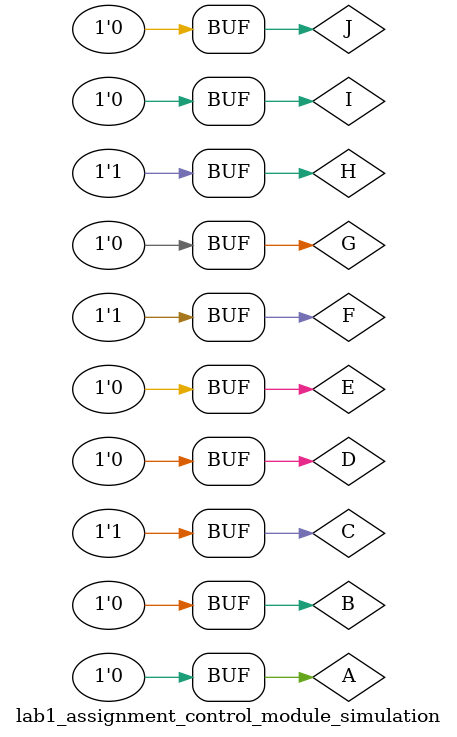
<source format=v>
`timescale 1ns / 1ps


module lab1_assignment_control_module_simulation(

    );
    
    reg A;
    reg B;
    reg C;
    reg D;
    reg E;
    reg F;
    reg G;
    reg H;
    reg I;
    reg J;
    
    wire LED1;
    wire LED2;
    wire LED3;
    wire LED4;
    wire LED5;
    wire LED6;
    wire LED7;
    wire LED8;
    wire LED9;
    wire LED10;
    wire LED15;
    
    lab1_assignment_control_module dut(A,B,C,D,E,F,G,H,I,J,LED1,LED2,LED3,LED4,LED5,LED6,LED7,LED8,LED9,LED10,LED15);
    
    initial begin
        A=1; B=0; C=0; D=0; E=0; F=0; G=0; H=0; I=0; J=0; #10;
        A=0; B=1; C=0; D=0; E=0; F=0; G=0; H=0; I=0; J=0; #10;
        A=0; B=0; C=1; D=0; E=0; F=0; G=0; H=0; I=0; J=0; #10;
        A=0; B=0; C=0; D=1; E=0; F=0; G=0; H=0; I=0; J=0; #10;
        A=0; B=0; C=0; D=0; E=1; F=0; G=0; H=0; I=0; J=0; #10;
        A=0; B=0; C=0; D=0; E=0; F=1; G=0; H=0; I=0; J=0; #10;
        A=0; B=0; C=0; D=0; E=0; F=0; G=1; H=0; I=0; J=0; #10;
        A=0; B=0; C=0; D=0; E=0; F=0; G=0; H=1; I=0; J=0; #10;
        A=0; B=0; C=0; D=0; E=0; F=0; G=0; H=0; I=1; J=0; #10;
        A=0; B=0; C=0; D=0; E=0; F=0; G=0; H=0; I=0; J=1; #10;
        A=0; B=0; C=1; D=0; E=0; F=1; G=0; H=1; I=0; J=0; #10;
     end
        
endmodule

</source>
